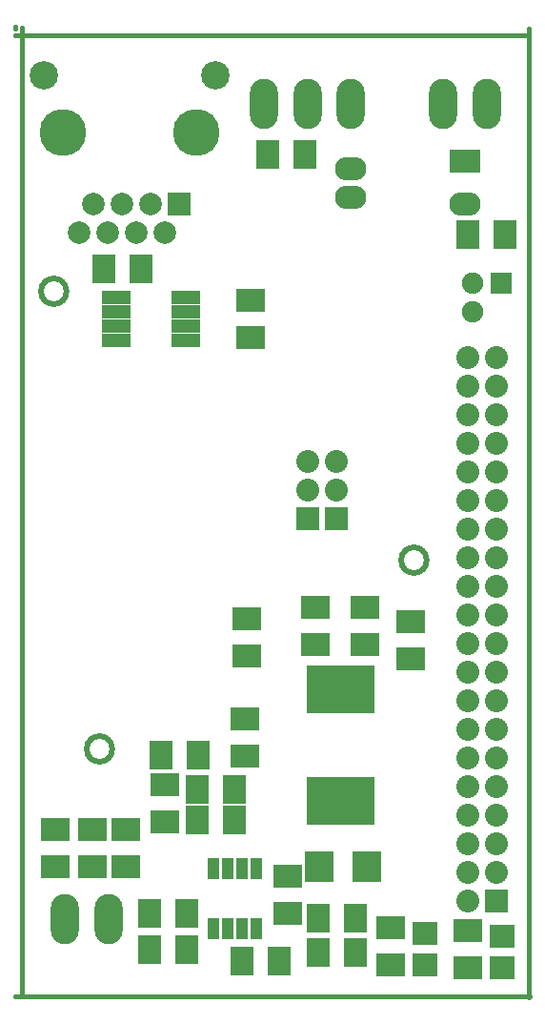
<source format=gts>
G04 (created by PCBNEW (2013-07-07 BZR 4022)-stable) date 12/06/2018 18:13:56*
%MOIN*%
G04 Gerber Fmt 3.4, Leading zero omitted, Abs format*
%FSLAX34Y34*%
G01*
G70*
G90*
G04 APERTURE LIST*
%ADD10C,0.00590551*%
%ADD11C,0.018937*%
%ADD12C,0.015*%
%ADD13R,0.1X0.08*%
%ADD14R,0.0909X0.0829*%
%ADD15R,0.1184X0.1716*%
%ADD16R,0.0436X0.0751*%
%ADD17R,0.08X0.1*%
%ADD18R,0.0987X0.1106*%
%ADD19R,0.1X0.046*%
%ADD20C,0.1637*%
%ADD21R,0.0791X0.0791*%
%ADD22C,0.0791*%
%ADD23C,0.0987402*%
%ADD24R,0.08X0.08*%
%ADD25C,0.08*%
%ADD26O,0.098X0.176*%
%ADD27R,0.11X0.082*%
%ADD28O,0.11X0.082*%
%ADD29R,0.075X0.075*%
%ADD30C,0.075*%
G04 APERTURE END LIST*
G54D10*
G54D11*
X15047Y-19800D02*
G75*
G03X15047Y-19800I-447J0D01*
G74*
G01*
X16647Y-35800D02*
G75*
G03X16647Y-35800I-447J0D01*
G74*
G01*
X27647Y-29200D02*
G75*
G03X27647Y-29200I-447J0D01*
G74*
G01*
G54D12*
X13250Y-10600D02*
X13250Y-10550D01*
X31200Y-10850D02*
X13250Y-10850D01*
X13250Y-44450D02*
X31250Y-44450D01*
X31212Y-10629D02*
X31212Y-44488D01*
X13492Y-44438D02*
X13492Y-10579D01*
G54D13*
X21500Y-21400D03*
X21500Y-20100D03*
X29100Y-42150D03*
X29100Y-43450D03*
G54D14*
X30300Y-43459D03*
X30300Y-42341D03*
G54D15*
X24054Y-37628D03*
X25236Y-37628D03*
X25236Y-33710D03*
X24054Y-33710D03*
G54D16*
X21694Y-42073D03*
X21694Y-39973D03*
X21194Y-42073D03*
X20694Y-42073D03*
X20194Y-42073D03*
X21194Y-39973D03*
X20694Y-39973D03*
X20194Y-39973D03*
G54D17*
X20925Y-38287D03*
X19625Y-38287D03*
G54D13*
X18503Y-38346D03*
X18503Y-37046D03*
G54D17*
X23857Y-41732D03*
X25157Y-41732D03*
X19625Y-37204D03*
X20925Y-37204D03*
X19646Y-36023D03*
X18346Y-36023D03*
X21200Y-43208D03*
X22500Y-43208D03*
X23857Y-42913D03*
X25157Y-42913D03*
G54D13*
X23750Y-32150D03*
X23750Y-30850D03*
X21350Y-32550D03*
X21350Y-31250D03*
X27100Y-32650D03*
X27100Y-31350D03*
X25500Y-32150D03*
X25500Y-30850D03*
X17125Y-39921D03*
X17125Y-38621D03*
G54D17*
X17952Y-42814D03*
X19252Y-42814D03*
G54D13*
X15944Y-39921D03*
X15944Y-38621D03*
G54D17*
X17952Y-41535D03*
X19252Y-41535D03*
G54D13*
X14665Y-39921D03*
X14665Y-38621D03*
X21300Y-34750D03*
X21300Y-36050D03*
X22775Y-41550D03*
X22775Y-40250D03*
G54D18*
X25570Y-39921D03*
X23878Y-39921D03*
G54D14*
X27600Y-43359D03*
X27600Y-42241D03*
G54D13*
X26400Y-42050D03*
X26400Y-43350D03*
G54D17*
X30400Y-17800D03*
X29100Y-17800D03*
G54D19*
X19210Y-21500D03*
X19210Y-21000D03*
X19210Y-20500D03*
X19210Y-20000D03*
X16790Y-20000D03*
X16790Y-20500D03*
X16790Y-21000D03*
X16790Y-21500D03*
G54D17*
X23400Y-15000D03*
X22100Y-15000D03*
G54D20*
X14912Y-14250D03*
X19585Y-14250D03*
G54D21*
X19000Y-16750D03*
G54D22*
X18500Y-17750D03*
X18000Y-16750D03*
X17500Y-17750D03*
X17000Y-16750D03*
X16500Y-17750D03*
X16000Y-16750D03*
X15500Y-17750D03*
G54D23*
X20250Y-12250D03*
X14250Y-12250D03*
G54D17*
X16350Y-19000D03*
X17650Y-19000D03*
G54D24*
X30100Y-41100D03*
G54D25*
X29100Y-41100D03*
X30100Y-36100D03*
X29100Y-40100D03*
X30100Y-35100D03*
X29100Y-39100D03*
X30100Y-34100D03*
X29100Y-38100D03*
X30100Y-33100D03*
X29100Y-37100D03*
X30100Y-32100D03*
X29100Y-36100D03*
X30100Y-31100D03*
X29100Y-35100D03*
X30100Y-30100D03*
X29100Y-34100D03*
X30100Y-29100D03*
X29100Y-33100D03*
X30100Y-28100D03*
X29100Y-32100D03*
X30100Y-27100D03*
X29100Y-31100D03*
X30100Y-26100D03*
X29100Y-30100D03*
X29100Y-29100D03*
X30100Y-25100D03*
X29100Y-28100D03*
X29100Y-26100D03*
X29100Y-25100D03*
X29100Y-24100D03*
X29100Y-23100D03*
X30100Y-24100D03*
X30100Y-23100D03*
X30100Y-40100D03*
X30100Y-39100D03*
X30100Y-38100D03*
X30100Y-37100D03*
X30100Y-22100D03*
X29100Y-22100D03*
X29100Y-27100D03*
G54D26*
X25000Y-13250D03*
X23484Y-13250D03*
X21968Y-13250D03*
X29750Y-13250D03*
X28234Y-13250D03*
G54D24*
X24500Y-27750D03*
G54D25*
X24500Y-26750D03*
X24500Y-25750D03*
G54D24*
X23500Y-27750D03*
G54D25*
X23500Y-26750D03*
X23500Y-25750D03*
G54D27*
X29000Y-15250D03*
G54D28*
X29000Y-16750D03*
X25000Y-16500D03*
X25000Y-15500D03*
G54D26*
X15000Y-41750D03*
X16515Y-41750D03*
G54D29*
X30250Y-19500D03*
G54D30*
X29250Y-19500D03*
X29250Y-20500D03*
M02*

</source>
